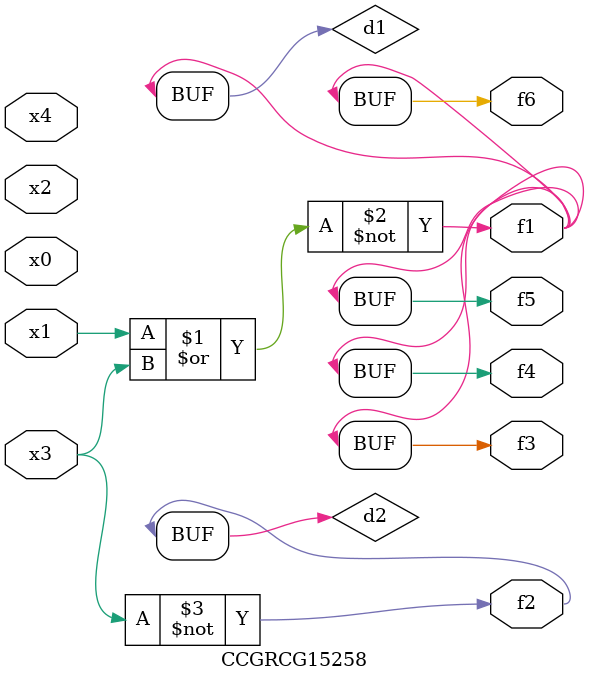
<source format=v>
module CCGRCG15258(
	input x0, x1, x2, x3, x4,
	output f1, f2, f3, f4, f5, f6
);

	wire d1, d2;

	nor (d1, x1, x3);
	not (d2, x3);
	assign f1 = d1;
	assign f2 = d2;
	assign f3 = d1;
	assign f4 = d1;
	assign f5 = d1;
	assign f6 = d1;
endmodule

</source>
